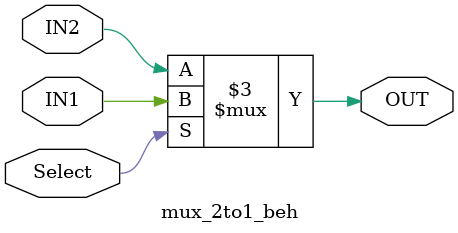
<source format=v>
/*
Modeling:
	Switch Level [MOS simulation]
	Gate Level modeling [ primitive logic gate ]
	Dataflow   modeling [ assign ]
	Behavioral modeling [ always ] [ Sequential Circuit ]
	
	Dataflow + Behavioral => RTL (Register transfer level)
*/

/*
Basic Gates
    and, nand, or, nor, xor, xnor, not, buf
  Tri-state
    bufif0, bufif1, notif0, notif1
*/

module 
mux_2to1_beh(OUT, IN1, IN2, Select);  //<- semicolon !!

   input   IN1, IN2, Select;
   output  OUT;
   reg     OUT; //Behavioral modeling output must be type: reg
   
   //always @ (IN1, IN2, Select)  //SAME
   always @ (IN1 or IN2 or Select)
     if(Select)
	   OUT = IN1;
     else
	   OUT = IN2;

endmodule  //<- NO semicolon !!
</source>
